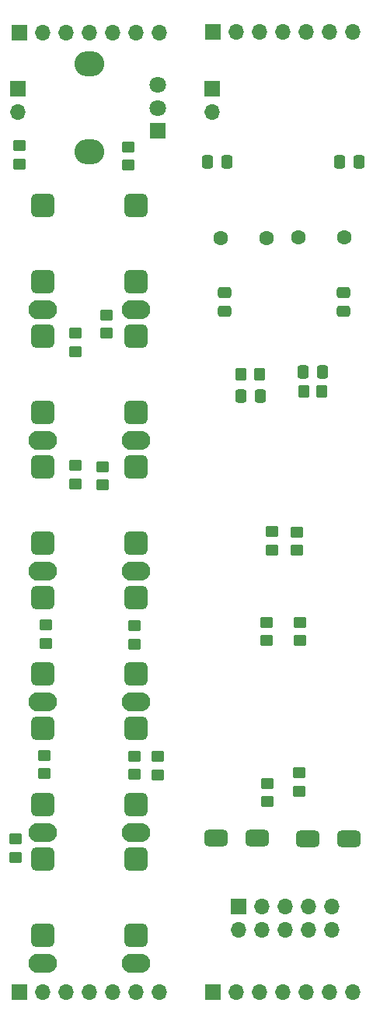
<source format=gbr>
%TF.GenerationSoftware,KiCad,Pcbnew,8.0.2*%
%TF.CreationDate,2025-05-20T09:10:07-07:00*%
%TF.ProjectId,ResEQ_Mini,52657345-515f-44d6-996e-692e6b696361,rev?*%
%TF.SameCoordinates,Original*%
%TF.FileFunction,Soldermask,Bot*%
%TF.FilePolarity,Negative*%
%FSLAX46Y46*%
G04 Gerber Fmt 4.6, Leading zero omitted, Abs format (unit mm)*
G04 Created by KiCad (PCBNEW 8.0.2) date 2025-05-20 09:10:07*
%MOMM*%
%LPD*%
G01*
G04 APERTURE LIST*
G04 Aperture macros list*
%AMRoundRect*
0 Rectangle with rounded corners*
0 $1 Rounding radius*
0 $2 $3 $4 $5 $6 $7 $8 $9 X,Y pos of 4 corners*
0 Add a 4 corners polygon primitive as box body*
4,1,4,$2,$3,$4,$5,$6,$7,$8,$9,$2,$3,0*
0 Add four circle primitives for the rounded corners*
1,1,$1+$1,$2,$3*
1,1,$1+$1,$4,$5*
1,1,$1+$1,$6,$7*
1,1,$1+$1,$8,$9*
0 Add four rect primitives between the rounded corners*
20,1,$1+$1,$2,$3,$4,$5,0*
20,1,$1+$1,$4,$5,$6,$7,0*
20,1,$1+$1,$6,$7,$8,$9,0*
20,1,$1+$1,$8,$9,$2,$3,0*%
G04 Aperture macros list end*
%ADD10R,1.700000X1.700000*%
%ADD11O,1.700000X1.700000*%
%ADD12O,3.100000X2.100000*%
%ADD13RoundRect,0.650000X-0.650000X-0.650000X0.650000X-0.650000X0.650000X0.650000X-0.650000X0.650000X0*%
%ADD14O,3.240000X2.720000*%
%ADD15R,1.800000X1.800000*%
%ADD16C,1.800000*%
%ADD17RoundRect,0.250000X-0.450000X0.350000X-0.450000X-0.350000X0.450000X-0.350000X0.450000X0.350000X0*%
%ADD18C,1.600000*%
%ADD19RoundRect,0.250000X0.450000X-0.350000X0.450000X0.350000X-0.450000X0.350000X-0.450000X-0.350000X0*%
%ADD20RoundRect,0.250000X-0.350000X-0.450000X0.350000X-0.450000X0.350000X0.450000X-0.350000X0.450000X0*%
%ADD21RoundRect,0.250000X-0.475000X0.337500X-0.475000X-0.337500X0.475000X-0.337500X0.475000X0.337500X0*%
%ADD22RoundRect,0.450000X-0.850000X0.450000X-0.850000X-0.450000X0.850000X-0.450000X0.850000X0.450000X0*%
%ADD23RoundRect,0.250000X0.350000X0.450000X-0.350000X0.450000X-0.350000X-0.450000X0.350000X-0.450000X0*%
%ADD24RoundRect,0.250000X0.337500X0.475000X-0.337500X0.475000X-0.337500X-0.475000X0.337500X-0.475000X0*%
%ADD25RoundRect,0.250000X-0.337500X-0.475000X0.337500X-0.475000X0.337500X0.475000X-0.337500X0.475000X0*%
%ADD26RoundRect,0.250000X0.475000X-0.337500X0.475000X0.337500X-0.475000X0.337500X-0.475000X-0.337500X0*%
G04 APERTURE END LIST*
D10*
%TO.C,J14*%
X150007000Y-39853000D03*
D11*
X152547000Y-39853000D03*
X155087000Y-39853000D03*
X157627000Y-39853000D03*
X160167000Y-39853000D03*
X162707000Y-39853000D03*
X165247000Y-39853000D03*
%TD*%
D12*
%TO.C,J1*%
X141624045Y-70081597D03*
D13*
X141624045Y-58681597D03*
X141624045Y-66981597D03*
%TD*%
D10*
%TO.C,J15*%
X149982000Y-144272000D03*
D11*
X152522000Y-144272000D03*
X155062000Y-144272000D03*
X157602000Y-144272000D03*
X160142000Y-144272000D03*
X162682000Y-144272000D03*
X165222000Y-144272000D03*
%TD*%
D12*
%TO.C,J3*%
X141624045Y-141201569D03*
D13*
X141624045Y-129801569D03*
X141624045Y-138101569D03*
%TD*%
D14*
%TO.C,RV2*%
X136525000Y-52881600D03*
X136525000Y-43281600D03*
D15*
X144025000Y-50581600D03*
D16*
X144025000Y-48081600D03*
X144025000Y-45581600D03*
%TD*%
D12*
%TO.C,J10*%
X131464049Y-112753583D03*
D13*
X131464049Y-101353583D03*
X131464049Y-109653583D03*
%TD*%
D12*
%TO.C,J7*%
X141630400Y-98529600D03*
D13*
X141630400Y-87129600D03*
X141630400Y-95429600D03*
%TD*%
D12*
%TO.C,J11*%
X141630400Y-126977600D03*
D13*
X141630400Y-115577600D03*
X141630400Y-123877600D03*
%TD*%
D12*
%TO.C,J12*%
X131464049Y-126977573D03*
D13*
X131464049Y-115577573D03*
X131464049Y-123877573D03*
%TD*%
D12*
%TO.C,J8*%
X131464049Y-98529587D03*
D13*
X131464049Y-87129587D03*
X131464049Y-95429587D03*
%TD*%
D12*
%TO.C,J9*%
X141624045Y-112753578D03*
D13*
X141624045Y-101353578D03*
X141624045Y-109653578D03*
%TD*%
D12*
%TO.C,J4*%
X131464049Y-141201569D03*
D13*
X131464049Y-129801569D03*
X131464049Y-138101569D03*
%TD*%
D12*
%TO.C,J6*%
X131464049Y-84305587D03*
D13*
X131464049Y-72905587D03*
X131464049Y-81205587D03*
%TD*%
D10*
%TO.C,J19*%
X149885000Y-45974000D03*
D11*
X149885000Y-48514000D03*
%TD*%
D12*
%TO.C,J2*%
X131464049Y-70081597D03*
D13*
X131464049Y-58681597D03*
X131464049Y-66981597D03*
%TD*%
D12*
%TO.C,J5*%
X141624045Y-84305587D03*
D13*
X141624045Y-72905587D03*
X141624045Y-81205587D03*
%TD*%
D17*
%TO.C,R7*%
X159512000Y-104054400D03*
X159512000Y-106054400D03*
%TD*%
D18*
%TO.C,C19*%
X164338000Y-62179200D03*
X159338000Y-62179200D03*
%TD*%
D19*
%TO.C,R12*%
X135001000Y-89011000D03*
X135001000Y-87011000D03*
%TD*%
D20*
%TO.C,R40*%
X153092400Y-77050300D03*
X155092400Y-77050300D03*
%TD*%
D21*
%TO.C,C30*%
X151282400Y-68152100D03*
X151282400Y-70227100D03*
%TD*%
D17*
%TO.C,R29*%
X156413200Y-94199200D03*
X156413200Y-96199200D03*
%TD*%
D22*
%TO.C,C46*%
X150353200Y-127508000D03*
X154853200Y-127508000D03*
%TD*%
D19*
%TO.C,R4*%
X140766800Y-54340000D03*
X140766800Y-52340000D03*
%TD*%
%TO.C,R11*%
X137972800Y-89138000D03*
X137972800Y-87138000D03*
%TD*%
%TO.C,R51*%
X131826000Y-106359200D03*
X131826000Y-104359200D03*
%TD*%
D10*
%TO.C,J13*%
X152811400Y-134970600D03*
D11*
X152811400Y-137510600D03*
X155351400Y-134970600D03*
X155351400Y-137510600D03*
X157891400Y-134970600D03*
X157891400Y-137510600D03*
X160431400Y-134970600D03*
X160431400Y-137510600D03*
X162971400Y-134970600D03*
X162971400Y-137510600D03*
%TD*%
D23*
%TO.C,R38*%
X161883600Y-78943200D03*
X159883600Y-78943200D03*
%TD*%
D19*
%TO.C,R53*%
X141478000Y-120634000D03*
X141478000Y-118634000D03*
%TD*%
D24*
%TO.C,C17*%
X155129900Y-79437900D03*
X153054900Y-79437900D03*
%TD*%
D17*
%TO.C,R27*%
X159105600Y-94250000D03*
X159105600Y-96250000D03*
%TD*%
%TO.C,R2*%
X138430000Y-70628000D03*
X138430000Y-72628000D03*
%TD*%
%TO.C,R21*%
X155854400Y-104070400D03*
X155854400Y-106070400D03*
%TD*%
D25*
%TO.C,C16*%
X159846100Y-76784200D03*
X161921100Y-76784200D03*
%TD*%
D22*
%TO.C,C44*%
X160360800Y-127660400D03*
X164860800Y-127660400D03*
%TD*%
D10*
%TO.C,J17*%
X128900000Y-144272000D03*
D11*
X131440000Y-144272000D03*
X133980000Y-144272000D03*
X136520000Y-144272000D03*
X139060000Y-144272000D03*
X141600000Y-144272000D03*
X144140000Y-144272000D03*
%TD*%
D25*
%TO.C,C36*%
X149432100Y-53975000D03*
X151507100Y-53975000D03*
%TD*%
D17*
%TO.C,R19*%
X159410400Y-120462800D03*
X159410400Y-122462800D03*
%TD*%
D19*
%TO.C,R52*%
X131622800Y-120532400D03*
X131622800Y-118532400D03*
%TD*%
%TO.C,R1*%
X134975600Y-74609200D03*
X134975600Y-72609200D03*
%TD*%
D17*
%TO.C,R15*%
X155956000Y-121580400D03*
X155956000Y-123580400D03*
%TD*%
D10*
%TO.C,J18*%
X128778000Y-45969000D03*
D11*
X128778000Y-48509000D03*
%TD*%
D18*
%TO.C,C20*%
X150876000Y-62230000D03*
X155876000Y-62230000D03*
%TD*%
D19*
%TO.C,R3*%
X128930400Y-54187600D03*
X128930400Y-52187600D03*
%TD*%
D26*
%TO.C,C37*%
X164185600Y-70227100D03*
X164185600Y-68152100D03*
%TD*%
D17*
%TO.C,R48*%
X128473200Y-127625600D03*
X128473200Y-129625600D03*
%TD*%
D10*
%TO.C,J16*%
X128905000Y-39878000D03*
D11*
X131445000Y-39878000D03*
X133985000Y-39878000D03*
X136525000Y-39878000D03*
X139065000Y-39878000D03*
X141605000Y-39878000D03*
X144145000Y-39878000D03*
%TD*%
D19*
%TO.C,R13*%
X141427200Y-106460800D03*
X141427200Y-104460800D03*
%TD*%
D17*
%TO.C,R49*%
X143967200Y-118684800D03*
X143967200Y-120684800D03*
%TD*%
D25*
%TO.C,C31*%
X163808500Y-53975000D03*
X165883500Y-53975000D03*
%TD*%
M02*

</source>
